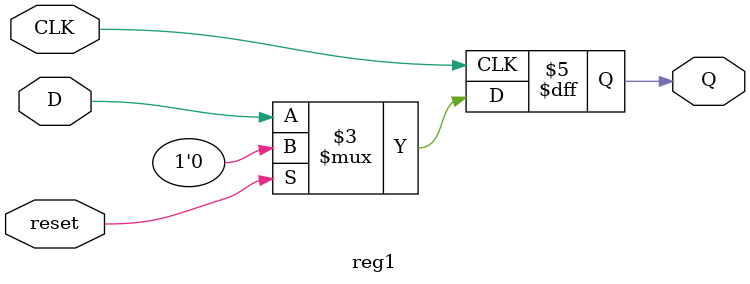
<source format=v>
module reg1 (reset, CLK, D, Q);

//maybe use a d flip-flop if it doesn't work 

	input reset;
	input	CLK;
	input	D;
	output	Q;
	reg	Q;
	
	always@(posedge CLK)
	begin
		if (reset)
			Q=0;
		else
			Q = D;
	end		
			
endmodule

</source>
